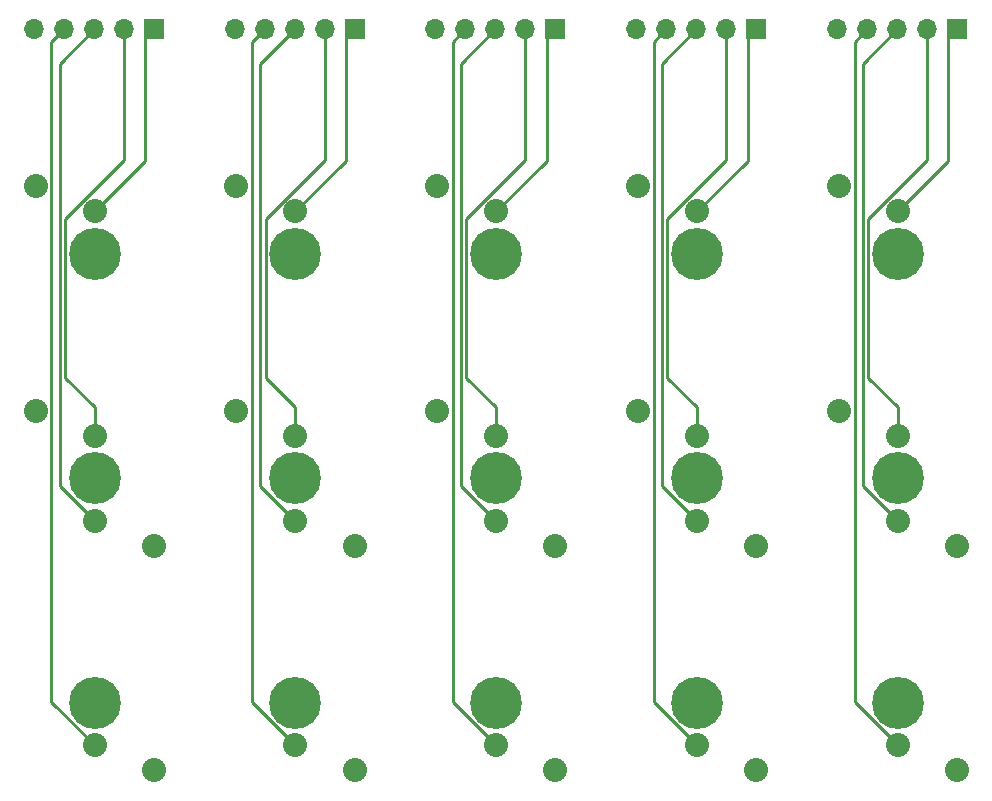
<source format=gtl>
%MOIN*%
%OFA0B0*%
%FSLAX46Y46*%
%IPPOS*%
%LPD*%
%ADD10R,0.066929133858267723X0.066929133858267723*%
%ADD11O,0.066929133858267723X0.066929133858267723*%
%ADD12C,0.08*%
%ADD13C,0.17322834645669294*%
%ADD14C,0.00984251968503937*%
%ADD25R,0.066929133858267723X0.066929133858267723*%
%ADD26O,0.066929133858267723X0.066929133858267723*%
%ADD27C,0.08*%
%ADD28C,0.17322834645669294*%
%ADD29C,0.00984251968503937*%
%ADD30R,0.066929133858267723X0.066929133858267723*%
%ADD31O,0.066929133858267723X0.066929133858267723*%
%ADD32C,0.08*%
%ADD33C,0.17322834645669294*%
%ADD34C,0.00984251968503937*%
%ADD35R,0.066929133858267723X0.066929133858267723*%
%ADD36O,0.066929133858267723X0.066929133858267723*%
%ADD37C,0.08*%
%ADD38C,0.17322834645669294*%
%ADD39C,0.00984251968503937*%
%ADD40R,0.066929133858267723X0.066929133858267723*%
%ADD41O,0.066929133858267723X0.066929133858267723*%
%ADD42C,0.08*%
%ADD43C,0.17322834645669294*%
%ADD44C,0.00984251968503937*%
G01*
D10*
X-0005905511Y0004114173D02*
X0000492125Y0002913385D03*
D11*
X0000392125Y0002913385D03*
X0000292125Y0002913385D03*
X0000192125Y0002913385D03*
X0000092125Y0002913385D03*
D12*
X0000098425Y0002389763D03*
X0000295275Y0002307086D03*
D13*
X0000295275Y0000669291D03*
X0000295275Y0001417322D03*
X0000295275Y0002165354D03*
D12*
X0000492125Y0000444881D03*
X0000295275Y0000527559D03*
X0000492125Y0001192913D03*
X0000295275Y0001275590D03*
X0000098425Y0001641732D03*
X0000295275Y0001559055D03*
D14*
X0000151220Y0002872480D02*
X0000192125Y0002913385D01*
X0000295275Y0000527559D02*
X0000151220Y0000671614D01*
X0000151220Y0000671614D02*
X0000151220Y0002872480D01*
X0000295275Y0001275590D02*
X0000178149Y0001392716D01*
X0000178149Y0001392716D02*
X0000178149Y0002799409D01*
X0000178149Y0002799409D02*
X0000292125Y0002913385D01*
X0000392125Y0002478740D02*
X0000392125Y0002913385D01*
X0000195866Y0002282480D02*
X0000392125Y0002478740D01*
X0000295275Y0001653543D02*
X0000195866Y0001752952D01*
X0000195866Y0001752952D02*
X0000195866Y0002282480D01*
X0000295275Y0001559055D02*
X0000295275Y0001653543D01*
X0000463547Y0002475358D02*
X0000295275Y0002307086D01*
X0000463547Y0002884807D02*
X0000463547Y0002475358D01*
X0000492125Y0002913385D02*
X0000463547Y0002884807D01*
G04 next file*
G04 #@! TF.GenerationSoftware,KiCad,Pcbnew,7.0.2*
G04 #@! TF.CreationDate,2023-05-08T17:21:18+01:00*
G04 #@! TF.ProjectId,heron,6865726f-6e2e-46b6-9963-61645f706362,rev?*
G04 #@! TF.SameCoordinates,Original*
G04 #@! TF.FileFunction,Copper,L1,Top*
G04 #@! TF.FilePolarity,Positive*
G04 Gerber Fmt 4.6, Leading zero omitted, Abs format (unit mm)*
G04 Created by KiCad (PCBNEW 7.0.2) date 2023-05-08 17:21:18*
G01*
G04 APERTURE LIST*
G04 #@! TA.AperFunction,ComponentPad*
G04 #@! TD*
G04 #@! TA.AperFunction,ComponentPad*
G04 #@! TD*
G04 #@! TA.AperFunction,ComponentPad*
G04 #@! TD*
G04 #@! TA.AperFunction,ComponentPad*
G04 #@! TD*
G04 #@! TA.AperFunction,Conductor*
G04 #@! TD*
G04 APERTURE END LIST*
D25*
G04 #@! TO.P,J1,1,Pin_1*
G04 #@! TO.N,Row1*
X-0005236220Y0004114173D02*
X0001161417Y0002913385D03*
D26*
G04 #@! TO.P,J1,2,Pin_2*
G04 #@! TO.N,Row2*
X0001061417Y0002913385D03*
G04 #@! TO.P,J1,3,Pin_3*
G04 #@! TO.N,Row3*
X0000961417Y0002913385D03*
G04 #@! TO.P,J1,4,Pin_4*
G04 #@! TO.N,Row4*
X0000861417Y0002913385D03*
G04 #@! TO.P,J1,5,Pin_5*
G04 #@! TO.N,Column*
X0000761417Y0002913385D03*
G04 #@! TD*
D27*
G04 #@! TO.P,SW1,2,2*
G04 #@! TO.N,Net-(D1-A)*
X0000767716Y0002389763D03*
G04 #@! TO.P,SW1,1,1*
G04 #@! TO.N,Row1*
X0000964566Y0002307086D03*
G04 #@! TD*
D28*
G04 #@! TO.P,H3,1*
G04 #@! TO.N,N/C*
X0000964566Y0000669291D03*
G04 #@! TD*
G04 #@! TO.P,H2,1*
G04 #@! TO.N,N/C*
X0000964566Y0001417322D03*
G04 #@! TD*
G04 #@! TO.P,H1,1*
G04 #@! TO.N,N/C*
X0000964566Y0002165354D03*
G04 #@! TD*
D27*
G04 #@! TO.P,SW4,2,2*
G04 #@! TO.N,Net-(D4-A)*
X0001161417Y0000444881D03*
G04 #@! TO.P,SW4,1,1*
G04 #@! TO.N,Row4*
X0000964566Y0000527559D03*
G04 #@! TD*
G04 #@! TO.P,SW3,2,2*
G04 #@! TO.N,Net-(D3-A)*
X0001161417Y0001192913D03*
G04 #@! TO.P,SW3,1,1*
G04 #@! TO.N,Row3*
X0000964566Y0001275590D03*
G04 #@! TD*
G04 #@! TO.P,SW2,2,2*
G04 #@! TO.N,Net-(D2-A)*
X0000767716Y0001641732D03*
G04 #@! TO.P,SW2,1,1*
G04 #@! TO.N,Row2*
X0000964566Y0001559055D03*
G04 #@! TD*
D29*
G04 #@! TO.N,Row4*
X0000820511Y0002872480D02*
X0000861417Y0002913385D01*
X0000964566Y0000527559D02*
X0000820511Y0000671614D01*
X0000820511Y0000671614D02*
X0000820511Y0002872480D01*
G04 #@! TO.N,Row3*
X0000964566Y0001275590D02*
X0000847440Y0001392716D01*
X0000847440Y0001392716D02*
X0000847440Y0002799409D01*
X0000847440Y0002799409D02*
X0000961417Y0002913385D01*
G04 #@! TO.N,Row2*
X0001061417Y0002478740D02*
X0001061417Y0002913385D01*
X0000865157Y0002282480D02*
X0001061417Y0002478740D01*
X0000964566Y0001653543D02*
X0000865157Y0001752952D01*
X0000865157Y0001752952D02*
X0000865157Y0002282480D01*
X0000964566Y0001559055D02*
X0000964566Y0001653543D01*
G04 #@! TO.N,Row1*
X0001132838Y0002475358D02*
X0000964566Y0002307086D01*
X0001132838Y0002884807D02*
X0001132838Y0002475358D01*
X0001161417Y0002913385D02*
X0001132838Y0002884807D01*
G04 #@! TD*
G04 next file*
G04 #@! TF.GenerationSoftware,KiCad,Pcbnew,7.0.2*
G04 #@! TF.CreationDate,2023-05-08T17:21:18+01:00*
G04 #@! TF.ProjectId,heron,6865726f-6e2e-46b6-9963-61645f706362,rev?*
G04 #@! TF.SameCoordinates,Original*
G04 #@! TF.FileFunction,Copper,L1,Top*
G04 #@! TF.FilePolarity,Positive*
G04 Gerber Fmt 4.6, Leading zero omitted, Abs format (unit mm)*
G04 Created by KiCad (PCBNEW 7.0.2) date 2023-05-08 17:21:18*
G01*
G04 APERTURE LIST*
G04 #@! TA.AperFunction,ComponentPad*
G04 #@! TD*
G04 #@! TA.AperFunction,ComponentPad*
G04 #@! TD*
G04 #@! TA.AperFunction,ComponentPad*
G04 #@! TD*
G04 #@! TA.AperFunction,ComponentPad*
G04 #@! TD*
G04 #@! TA.AperFunction,Conductor*
G04 #@! TD*
G04 APERTURE END LIST*
D30*
G04 #@! TO.P,J1,1,Pin_1*
G04 #@! TO.N,Row1*
X-0004566929Y0004114173D02*
X0001830708Y0002913385D03*
D31*
G04 #@! TO.P,J1,2,Pin_2*
G04 #@! TO.N,Row2*
X0001730708Y0002913385D03*
G04 #@! TO.P,J1,3,Pin_3*
G04 #@! TO.N,Row3*
X0001630708Y0002913385D03*
G04 #@! TO.P,J1,4,Pin_4*
G04 #@! TO.N,Row4*
X0001530708Y0002913385D03*
G04 #@! TO.P,J1,5,Pin_5*
G04 #@! TO.N,Column*
X0001430708Y0002913385D03*
G04 #@! TD*
D32*
G04 #@! TO.P,SW1,2,2*
G04 #@! TO.N,Net-(D1-A)*
X0001437007Y0002389763D03*
G04 #@! TO.P,SW1,1,1*
G04 #@! TO.N,Row1*
X0001633858Y0002307086D03*
G04 #@! TD*
D33*
G04 #@! TO.P,H3,1*
G04 #@! TO.N,N/C*
X0001633858Y0000669291D03*
G04 #@! TD*
G04 #@! TO.P,H2,1*
G04 #@! TO.N,N/C*
X0001633858Y0001417322D03*
G04 #@! TD*
G04 #@! TO.P,H1,1*
G04 #@! TO.N,N/C*
X0001633858Y0002165354D03*
G04 #@! TD*
D32*
G04 #@! TO.P,SW4,2,2*
G04 #@! TO.N,Net-(D4-A)*
X0001830708Y0000444881D03*
G04 #@! TO.P,SW4,1,1*
G04 #@! TO.N,Row4*
X0001633858Y0000527559D03*
G04 #@! TD*
G04 #@! TO.P,SW3,2,2*
G04 #@! TO.N,Net-(D3-A)*
X0001830708Y0001192913D03*
G04 #@! TO.P,SW3,1,1*
G04 #@! TO.N,Row3*
X0001633858Y0001275590D03*
G04 #@! TD*
G04 #@! TO.P,SW2,2,2*
G04 #@! TO.N,Net-(D2-A)*
X0001437007Y0001641732D03*
G04 #@! TO.P,SW2,1,1*
G04 #@! TO.N,Row2*
X0001633858Y0001559055D03*
G04 #@! TD*
D34*
G04 #@! TO.N,Row4*
X0001489803Y0002872480D02*
X0001530708Y0002913385D01*
X0001633858Y0000527559D02*
X0001489803Y0000671614D01*
X0001489803Y0000671614D02*
X0001489803Y0002872480D01*
G04 #@! TO.N,Row3*
X0001633858Y0001275590D02*
X0001516732Y0001392716D01*
X0001516732Y0001392716D02*
X0001516732Y0002799409D01*
X0001516732Y0002799409D02*
X0001630708Y0002913385D01*
G04 #@! TO.N,Row2*
X0001730708Y0002478740D02*
X0001730708Y0002913385D01*
X0001534448Y0002282480D02*
X0001730708Y0002478740D01*
X0001633858Y0001653543D02*
X0001534448Y0001752952D01*
X0001534448Y0001752952D02*
X0001534448Y0002282480D01*
X0001633858Y0001559055D02*
X0001633858Y0001653543D01*
G04 #@! TO.N,Row1*
X0001802129Y0002475358D02*
X0001633858Y0002307086D01*
X0001802129Y0002884807D02*
X0001802129Y0002475358D01*
X0001830708Y0002913385D02*
X0001802129Y0002884807D01*
G04 #@! TD*
G04 next file*
G04 #@! TF.GenerationSoftware,KiCad,Pcbnew,7.0.2*
G04 #@! TF.CreationDate,2023-05-08T17:21:18+01:00*
G04 #@! TF.ProjectId,heron,6865726f-6e2e-46b6-9963-61645f706362,rev?*
G04 #@! TF.SameCoordinates,Original*
G04 #@! TF.FileFunction,Copper,L1,Top*
G04 #@! TF.FilePolarity,Positive*
G04 Gerber Fmt 4.6, Leading zero omitted, Abs format (unit mm)*
G04 Created by KiCad (PCBNEW 7.0.2) date 2023-05-08 17:21:18*
G01*
G04 APERTURE LIST*
G04 #@! TA.AperFunction,ComponentPad*
G04 #@! TD*
G04 #@! TA.AperFunction,ComponentPad*
G04 #@! TD*
G04 #@! TA.AperFunction,ComponentPad*
G04 #@! TD*
G04 #@! TA.AperFunction,ComponentPad*
G04 #@! TD*
G04 #@! TA.AperFunction,Conductor*
G04 #@! TD*
G04 APERTURE END LIST*
D35*
G04 #@! TO.P,J1,1,Pin_1*
G04 #@! TO.N,Row1*
X-0003897637Y0004114173D02*
X0002500000Y0002913385D03*
D36*
G04 #@! TO.P,J1,2,Pin_2*
G04 #@! TO.N,Row2*
X0002400000Y0002913385D03*
G04 #@! TO.P,J1,3,Pin_3*
G04 #@! TO.N,Row3*
X0002299999Y0002913385D03*
G04 #@! TO.P,J1,4,Pin_4*
G04 #@! TO.N,Row4*
X0002199999Y0002913385D03*
G04 #@! TO.P,J1,5,Pin_5*
G04 #@! TO.N,Column*
X0002100000Y0002913385D03*
G04 #@! TD*
D37*
G04 #@! TO.P,SW1,2,2*
G04 #@! TO.N,Net-(D1-A)*
X0002106299Y0002389763D03*
G04 #@! TO.P,SW1,1,1*
G04 #@! TO.N,Row1*
X0002303149Y0002307086D03*
G04 #@! TD*
D38*
G04 #@! TO.P,H3,1*
G04 #@! TO.N,N/C*
X0002303149Y0000669291D03*
G04 #@! TD*
G04 #@! TO.P,H2,1*
G04 #@! TO.N,N/C*
X0002303149Y0001417322D03*
G04 #@! TD*
G04 #@! TO.P,H1,1*
G04 #@! TO.N,N/C*
X0002303149Y0002165354D03*
G04 #@! TD*
D37*
G04 #@! TO.P,SW4,2,2*
G04 #@! TO.N,Net-(D4-A)*
X0002500000Y0000444881D03*
G04 #@! TO.P,SW4,1,1*
G04 #@! TO.N,Row4*
X0002303149Y0000527559D03*
G04 #@! TD*
G04 #@! TO.P,SW3,2,2*
G04 #@! TO.N,Net-(D3-A)*
X0002500000Y0001192913D03*
G04 #@! TO.P,SW3,1,1*
G04 #@! TO.N,Row3*
X0002303149Y0001275590D03*
G04 #@! TD*
G04 #@! TO.P,SW2,2,2*
G04 #@! TO.N,Net-(D2-A)*
X0002106299Y0001641732D03*
G04 #@! TO.P,SW2,1,1*
G04 #@! TO.N,Row2*
X0002303149Y0001559055D03*
G04 #@! TD*
D39*
G04 #@! TO.N,Row4*
X0002159094Y0002872480D02*
X0002199999Y0002913385D01*
X0002303149Y0000527559D02*
X0002159094Y0000671614D01*
X0002159094Y0000671614D02*
X0002159094Y0002872480D01*
G04 #@! TO.N,Row3*
X0002303149Y0001275590D02*
X0002186023Y0001392716D01*
X0002186023Y0001392716D02*
X0002186023Y0002799409D01*
X0002186023Y0002799409D02*
X0002299999Y0002913385D01*
G04 #@! TO.N,Row2*
X0002400000Y0002478740D02*
X0002400000Y0002913385D01*
X0002203740Y0002282480D02*
X0002400000Y0002478740D01*
X0002303149Y0001653543D02*
X0002203740Y0001752952D01*
X0002203740Y0001752952D02*
X0002203740Y0002282480D01*
X0002303149Y0001559055D02*
X0002303149Y0001653543D01*
G04 #@! TO.N,Row1*
X0002471421Y0002475358D02*
X0002303149Y0002307086D01*
X0002471421Y0002884807D02*
X0002471421Y0002475358D01*
X0002500000Y0002913385D02*
X0002471421Y0002884807D01*
G04 #@! TD*
G04 next file*
G04 #@! TF.GenerationSoftware,KiCad,Pcbnew,7.0.2*
G04 #@! TF.CreationDate,2023-05-08T17:21:18+01:00*
G04 #@! TF.ProjectId,heron,6865726f-6e2e-46b6-9963-61645f706362,rev?*
G04 #@! TF.SameCoordinates,Original*
G04 #@! TF.FileFunction,Copper,L1,Top*
G04 #@! TF.FilePolarity,Positive*
G04 Gerber Fmt 4.6, Leading zero omitted, Abs format (unit mm)*
G04 Created by KiCad (PCBNEW 7.0.2) date 2023-05-08 17:21:18*
G01*
G04 APERTURE LIST*
G04 #@! TA.AperFunction,ComponentPad*
G04 #@! TD*
G04 #@! TA.AperFunction,ComponentPad*
G04 #@! TD*
G04 #@! TA.AperFunction,ComponentPad*
G04 #@! TD*
G04 #@! TA.AperFunction,ComponentPad*
G04 #@! TD*
G04 #@! TA.AperFunction,Conductor*
G04 #@! TD*
G04 APERTURE END LIST*
D40*
G04 #@! TO.P,J1,1,Pin_1*
G04 #@! TO.N,Row1*
X-0003228346Y0004114173D02*
X0003169291Y0002913385D03*
D41*
G04 #@! TO.P,J1,2,Pin_2*
G04 #@! TO.N,Row2*
X0003069291Y0002913385D03*
G04 #@! TO.P,J1,3,Pin_3*
G04 #@! TO.N,Row3*
X0002969291Y0002913385D03*
G04 #@! TO.P,J1,4,Pin_4*
G04 #@! TO.N,Row4*
X0002869291Y0002913385D03*
G04 #@! TO.P,J1,5,Pin_5*
G04 #@! TO.N,Column*
X0002769291Y0002913385D03*
G04 #@! TD*
D42*
G04 #@! TO.P,SW1,2,2*
G04 #@! TO.N,Net-(D1-A)*
X0002775590Y0002389763D03*
G04 #@! TO.P,SW1,1,1*
G04 #@! TO.N,Row1*
X0002972440Y0002307086D03*
G04 #@! TD*
D43*
G04 #@! TO.P,H3,1*
G04 #@! TO.N,N/C*
X0002972440Y0000669291D03*
G04 #@! TD*
G04 #@! TO.P,H2,1*
G04 #@! TO.N,N/C*
X0002972440Y0001417322D03*
G04 #@! TD*
G04 #@! TO.P,H1,1*
G04 #@! TO.N,N/C*
X0002972440Y0002165354D03*
G04 #@! TD*
D42*
G04 #@! TO.P,SW4,2,2*
G04 #@! TO.N,Net-(D4-A)*
X0003169291Y0000444881D03*
G04 #@! TO.P,SW4,1,1*
G04 #@! TO.N,Row4*
X0002972440Y0000527559D03*
G04 #@! TD*
G04 #@! TO.P,SW3,2,2*
G04 #@! TO.N,Net-(D3-A)*
X0003169291Y0001192913D03*
G04 #@! TO.P,SW3,1,1*
G04 #@! TO.N,Row3*
X0002972440Y0001275590D03*
G04 #@! TD*
G04 #@! TO.P,SW2,2,2*
G04 #@! TO.N,Net-(D2-A)*
X0002775590Y0001641732D03*
G04 #@! TO.P,SW2,1,1*
G04 #@! TO.N,Row2*
X0002972440Y0001559055D03*
G04 #@! TD*
D44*
G04 #@! TO.N,Row4*
X0002828385Y0002872480D02*
X0002869291Y0002913385D01*
X0002972440Y0000527559D02*
X0002828385Y0000671614D01*
X0002828385Y0000671614D02*
X0002828385Y0002872480D01*
G04 #@! TO.N,Row3*
X0002972440Y0001275590D02*
X0002855314Y0001392716D01*
X0002855314Y0001392716D02*
X0002855314Y0002799409D01*
X0002855314Y0002799409D02*
X0002969291Y0002913385D01*
G04 #@! TO.N,Row2*
X0003069291Y0002478740D02*
X0003069291Y0002913385D01*
X0002873031Y0002282480D02*
X0003069291Y0002478740D01*
X0002972440Y0001653543D02*
X0002873031Y0001752952D01*
X0002873031Y0001752952D02*
X0002873031Y0002282480D01*
X0002972440Y0001559055D02*
X0002972440Y0001653543D01*
G04 #@! TO.N,Row1*
X0003140712Y0002475358D02*
X0002972440Y0002307086D01*
X0003140712Y0002884807D02*
X0003140712Y0002475358D01*
X0003169291Y0002913385D02*
X0003140712Y0002884807D01*
G04 #@! TD*
M02*
</source>
